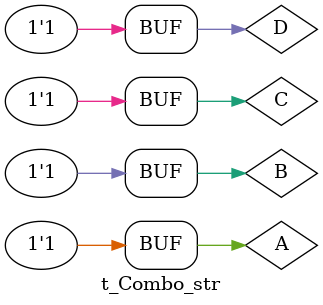
<source format=v>
/*
	Joseph Johnson IV
	J3343723
	EEL 4783
*/

`timescale 1ns / 1ps

// The module we are designing
module Combo_str(Y, A, B, C, D);

	// Defining inputs and the output
	input A, B, C, D;
	output Y;
	
	// Wires connecting different gate elements
	wire w1, w2;
	
	// Or gate that takes A and D as inputs and w1 as output
	or (w1, A, D);
	
	// And gate that takes B, C, and ~D as inputs and w2 as output
	and (w2, B, C, ~D);
	
	// And gate that takes ~w1 and w2 as inputs and Y as output
	and (Y, ~w1, w2);

endmodule 

// Simulation module
module t_Combo_str;

	// A, B, C, and D will be changed so I will make them registers
	reg A, B, C, D;
	
	// Wire for output
	wire Y;
	
	// Creating an instance of the design
	Combo_str a (Y, A, B, C, D);
	
	// initializing the registers to 0
	initial
		begin
			A = 0;
			B = 0;
			C = 0;
			D = 0;
		end
		
	// I'm going to hardcode the changing inputs to show all possible cases in the truth table for this circuit
	initial 
		begin
		
			#100 D = 1; // ABCD = 0001
			
			#100 D = 0; // ABCD = 0010
			#0 C = 1;
			
			#100	D = 1; // ABCD = 0011
			
			#100 B = 1; // ABCD = 0100
			#0 C = 0;
			#0 D = 0;
			
			#100 D = 1; // ABCD = 0101
			
			#100 C = 1; // ABCD = 0110
			#0 D = 0;
			
			#100 D = 1; // ABCD = 0111
			
			#100 A = 1; // ABCD = 1000
			#0 B = 0;
			#0 C = 0;
			#0 D = 0;
			
			#100 D = 1; // ABCD = 1001
			
			#100 C = 1; // ABCD = 1010
			#0 D = 0;
			
			#100 D = 1; // ABCD = 1011
			
			#100 B = 1; // ABCD = 1100
			#0 C = 0;
			#0 D = 0;
			
			#100 D = 1; // ABCD = 1101
			
			#100 C = 1; // ABCD = 1110
			#0 D = 0;
			
			#100 D = 1; // ABCD = 1111
			
		end
		
endmodule
	
</source>
